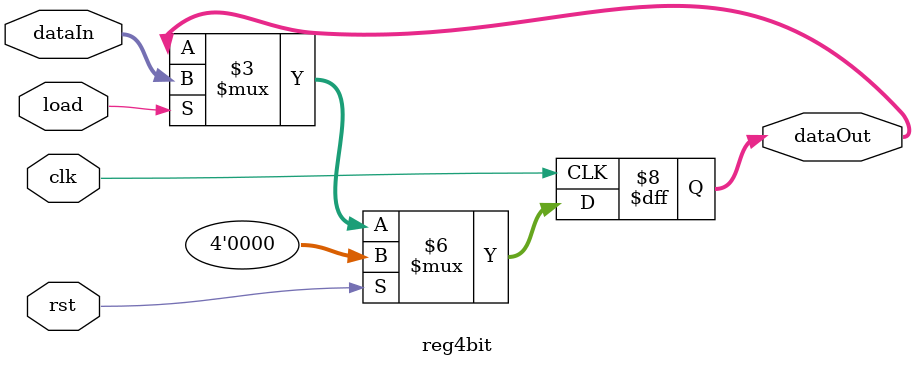
<source format=v>
module reg4bit(dataIn, load, rst, clk, dataOut);
	input[3:0] dataIn;
	input load, rst, clk;
	output reg [3:0] dataOut;
	always@(posedge clk)
	begin
		if(rst)
			dataOut <= 4'b0000;
		else if(load)
			dataOut <= dataIn;
		else
			dataOut <= dataOut;
	end
endmodule
</source>
